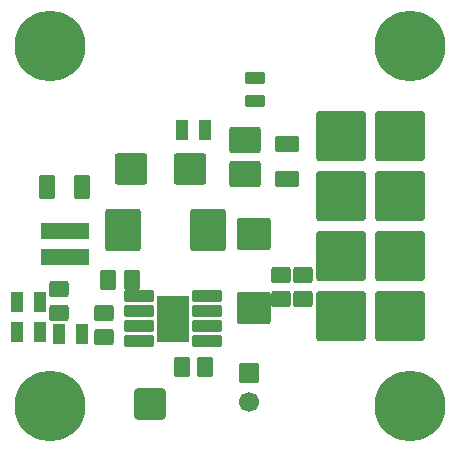
<source format=gbr>
%TF.GenerationSoftware,KiCad,Pcbnew,7.0.7-7.0.7~ubuntu23.04.1*%
%TF.CreationDate,2023-09-17T11:12:04+00:00*%
%TF.ProjectId,STEPDOWN02,53544550-444f-4574-9e30-322e6b696361,rev?*%
%TF.SameCoordinates,Original*%
%TF.FileFunction,Soldermask,Bot*%
%TF.FilePolarity,Negative*%
%FSLAX46Y46*%
G04 Gerber Fmt 4.6, Leading zero omitted, Abs format (unit mm)*
G04 Created by KiCad (PCBNEW 7.0.7-7.0.7~ubuntu23.04.1) date 2023-09-17 11:12:04*
%MOMM*%
%LPD*%
G01*
G04 APERTURE LIST*
G04 Aperture macros list*
%AMRoundRect*
0 Rectangle with rounded corners*
0 $1 Rounding radius*
0 $2 $3 $4 $5 $6 $7 $8 $9 X,Y pos of 4 corners*
0 Add a 4 corners polygon primitive as box body*
4,1,4,$2,$3,$4,$5,$6,$7,$8,$9,$2,$3,0*
0 Add four circle primitives for the rounded corners*
1,1,$1+$1,$2,$3*
1,1,$1+$1,$4,$5*
1,1,$1+$1,$6,$7*
1,1,$1+$1,$8,$9*
0 Add four rect primitives between the rounded corners*
20,1,$1+$1,$2,$3,$4,$5,0*
20,1,$1+$1,$4,$5,$6,$7,0*
20,1,$1+$1,$6,$7,$8,$9,0*
20,1,$1+$1,$8,$9,$2,$3,0*%
G04 Aperture macros list end*
%ADD10C,6.000000*%
%ADD11RoundRect,0.200000X-1.905000X1.905000X-1.905000X-1.905000X1.905000X-1.905000X1.905000X1.905000X0*%
%ADD12RoundRect,0.200000X-1.117600X-1.117600X1.117600X-1.117600X1.117600X1.117600X-1.117600X1.117600X0*%
%ADD13RoundRect,0.200000X-0.650000X0.650000X-0.650000X-0.650000X0.650000X-0.650000X0.650000X0.650000X0*%
%ADD14C,1.700000*%
%ADD15RoundRect,0.200000X1.215000X-1.185000X1.215000X1.185000X-1.215000X1.185000X-1.215000X-1.185000X0*%
%ADD16RoundRect,0.200000X0.625000X-0.500000X0.625000X0.500000X-0.625000X0.500000X-0.625000X-0.500000X0*%
%ADD17RoundRect,0.200000X0.500000X0.625000X-0.500000X0.625000X-0.500000X-0.625000X0.500000X-0.625000X0*%
%ADD18RoundRect,0.200000X-0.500000X-0.625000X0.500000X-0.625000X0.500000X0.625000X-0.500000X0.625000X0*%
%ADD19RoundRect,0.200000X-1.185000X-1.115000X1.185000X-1.115000X1.185000X1.115000X-1.185000X1.115000X0*%
%ADD20RoundRect,0.200000X0.500000X0.800000X-0.500000X0.800000X-0.500000X-0.800000X0.500000X-0.800000X0*%
%ADD21RoundRect,0.200000X-1.115000X0.900000X-1.115000X-0.900000X1.115000X-0.900000X1.115000X0.900000X0*%
%ADD22RoundRect,0.200000X-0.800000X0.500000X-0.800000X-0.500000X0.800000X-0.500000X0.800000X0.500000X0*%
%ADD23RoundRect,0.200000X-1.300000X-1.600000X1.300000X-1.600000X1.300000X1.600000X-1.300000X1.600000X0*%
%ADD24RoundRect,0.200000X1.850010X-0.500380X1.850010X0.500380X-1.850010X0.500380X-1.850010X-0.500380X0*%
%ADD25RoundRect,0.200000X-0.350000X-0.650000X0.350000X-0.650000X0.350000X0.650000X-0.350000X0.650000X0*%
%ADD26RoundRect,0.200000X0.350000X0.650000X-0.350000X0.650000X-0.350000X-0.650000X0.350000X-0.650000X0*%
%ADD27RoundRect,0.200000X0.650000X-0.350000X0.650000X0.350000X-0.650000X0.350000X-0.650000X-0.350000X0*%
%ADD28RoundRect,0.200000X1.075000X0.300000X-1.075000X0.300000X-1.075000X-0.300000X1.075000X-0.300000X0*%
%ADD29RoundRect,0.200000X0.587500X0.587500X-0.587500X0.587500X-0.587500X-0.587500X0.587500X-0.587500X0*%
%ADD30C,1.000000*%
G04 APERTURE END LIST*
D10*
%TO.C,P1*%
X121920000Y-71120000D03*
%TD*%
%TO.C,P2*%
X152400000Y-71120000D03*
%TD*%
%TO.C,P3*%
X121920000Y-101600000D03*
%TD*%
%TO.C,P4*%
X152400000Y-101600000D03*
%TD*%
D11*
%TO.C,J1*%
X151558000Y-93980000D03*
X146558000Y-93980000D03*
%TD*%
%TO.C,J2*%
X151558000Y-88900000D03*
X146558000Y-88900000D03*
%TD*%
%TO.C,J3*%
X151558000Y-78740000D03*
X146558000Y-78740000D03*
%TD*%
%TO.C,J4*%
X151558000Y-83820000D03*
X146558000Y-83820000D03*
%TD*%
D12*
%TO.C,P5*%
X130429000Y-101473000D03*
%TD*%
D13*
%TO.C,C12*%
X138811000Y-98806000D03*
D14*
X138811000Y-101306000D03*
%TD*%
D15*
%TO.C,C1*%
X139192000Y-93290000D03*
X139192000Y-87050000D03*
%TD*%
D16*
%TO.C,C2*%
X141478000Y-92567000D03*
X141478000Y-90567000D03*
%TD*%
%TO.C,C3*%
X143383000Y-92567000D03*
X143383000Y-90567000D03*
%TD*%
%TO.C,C4*%
X126492000Y-95742000D03*
X126492000Y-93742000D03*
%TD*%
%TO.C,C5*%
X122682000Y-93710000D03*
X122682000Y-91710000D03*
%TD*%
D17*
%TO.C,C6*%
X135112000Y-98298000D03*
X133112000Y-98298000D03*
%TD*%
D18*
%TO.C,C7*%
X126889000Y-90932000D03*
X128889000Y-90932000D03*
%TD*%
D19*
%TO.C,C8*%
X128848000Y-81534000D03*
X133788000Y-81534000D03*
%TD*%
D20*
%TO.C,C9*%
X124690000Y-83058000D03*
X121690000Y-83058000D03*
%TD*%
D21*
%TO.C,C10*%
X138430000Y-79058000D03*
X138430000Y-81978000D03*
%TD*%
D22*
%TO.C,C11*%
X141986000Y-79399000D03*
X141986000Y-82399000D03*
%TD*%
D23*
%TO.C,D1*%
X128099000Y-86741000D03*
X135299000Y-86741000D03*
%TD*%
D24*
%TO.C,L1*%
X123190000Y-88983820D03*
X123190000Y-86784180D03*
%TD*%
D25*
%TO.C,L2*%
X133162000Y-78232000D03*
X135062000Y-78232000D03*
%TD*%
D26*
%TO.C,R1*%
X124648000Y-95504000D03*
X122748000Y-95504000D03*
%TD*%
D25*
%TO.C,R2*%
X119192000Y-92837000D03*
X121092000Y-92837000D03*
%TD*%
D26*
%TO.C,R3*%
X121092000Y-95377000D03*
X119192000Y-95377000D03*
%TD*%
D27*
%TO.C,R4*%
X139319000Y-75753000D03*
X139319000Y-73853000D03*
%TD*%
D28*
%TO.C,U1*%
X135209000Y-92329000D03*
X135209000Y-93599000D03*
X135209000Y-94869000D03*
X135209000Y-96139000D03*
X129459000Y-96139000D03*
X129459000Y-94869000D03*
X129459000Y-93599000D03*
X129459000Y-92329000D03*
D29*
X132923280Y-93055440D03*
X132921500Y-95405700D03*
X132921500Y-94230700D03*
D30*
X132905500Y-93027500D03*
X132842000Y-95377000D03*
X132842000Y-94234000D03*
X131762500Y-95377000D03*
X131762500Y-94234000D03*
X131762500Y-93027500D03*
D29*
X131747260Y-93055440D03*
X131746500Y-95405700D03*
X131746500Y-94230700D03*
%TD*%
M02*

</source>
